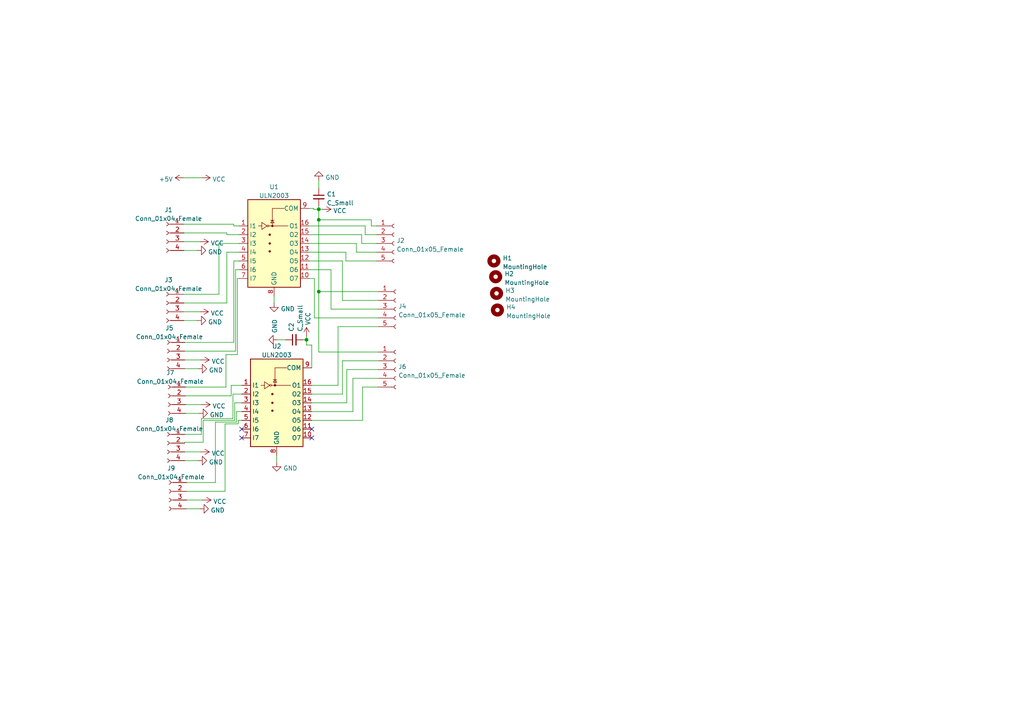
<source format=kicad_sch>
(kicad_sch (version 20211123) (generator eeschema)
  (paper "A4")
  (lib_symbols
    (symbol "Connector:Conn_01x04_Female" (pin_names (offset 1.016) hide)
      (property "Reference" "J" (at 0 5.08 0))
      (property "Value" "Conn_01x04_Female" (at 0 -7.62 0))
      (symbol "Conn_01x04_Female_1_1"
        (arc (start 0 -4.572) (mid -0.508 -5.08) (end 0 -5.588) (stroke (width 0.1524)))
        (arc (start 0 -2.032) (mid -0.508 -2.54) (end 0 -3.048) (stroke (width 0.1524)))
        (polyline (pts (xy -1.27 -5.08) (xy -0.508 -5.08)) (stroke (width 0.1524)))
        (polyline (pts (xy -1.27 -2.54) (xy -0.508 -2.54)) (stroke (width 0.1524)))
        (polyline (pts (xy -1.27 0) (xy -0.508 0)) (stroke (width 0.1524)))
        (polyline (pts (xy -1.27 2.54) (xy -0.508 2.54)) (stroke (width 0.1524)))
        (arc (start 0 0.508) (mid -0.508 0) (end 0 -0.508) (stroke (width 0.1524)))
        (arc (start 0 3.048) (mid -0.508 2.54) (end 0 2.032) (stroke (width 0.1524)))
        (pin passive line (at -5.08 2.54 0) (length 3.81) (name "Pin_1") (number "1"))
        (pin passive line (at -5.08 0 0) (length 3.81) (name "Pin_2") (number "2"))
        (pin passive line (at -5.08 -2.54 0) (length 3.81) (name "Pin_3") (number "3"))
        (pin passive line (at -5.08 -5.08 0) (length 3.81) (name "Pin_4") (number "4"))
      )
    )
    (symbol "Connector:Conn_01x05_Female" (pin_names (offset 1.016) hide)
      (property "Reference" "J" (at 0 7.62 0))
      (property "Value" "Conn_01x05_Female" (at 0 -7.62 0))
      (symbol "Conn_01x05_Female_1_1"
        (arc (start 0 -4.572) (mid -0.508 -5.08) (end 0 -5.588) (stroke (width 0.1524)))
        (arc (start 0 -2.032) (mid -0.508 -2.54) (end 0 -3.048) (stroke (width 0.1524)))
        (polyline (pts (xy -1.27 -5.08) (xy -0.508 -5.08)) (stroke (width 0.1524)))
        (polyline (pts (xy -1.27 -2.54) (xy -0.508 -2.54)) (stroke (width 0.1524)))
        (polyline (pts (xy -1.27 0) (xy -0.508 0)) (stroke (width 0.1524)))
        (polyline (pts (xy -1.27 2.54) (xy -0.508 2.54)) (stroke (width 0.1524)))
        (polyline (pts (xy -1.27 5.08) (xy -0.508 5.08)) (stroke (width 0.1524)))
        (arc (start 0 0.508) (mid -0.508 0) (end 0 -0.508) (stroke (width 0.1524)))
        (arc (start 0 3.048) (mid -0.508 2.54) (end 0 2.032) (stroke (width 0.1524)))
        (arc (start 0 5.588) (mid -0.508 5.08) (end 0 4.572) (stroke (width 0.1524)))
        (pin passive line (at -5.08 5.08 0) (length 3.81) (name "Pin_1") (number "1"))
        (pin passive line (at -5.08 2.54 0) (length 3.81) (name "Pin_2") (number "2"))
        (pin passive line (at -5.08 0 0) (length 3.81) (name "Pin_3") (number "3"))
        (pin passive line (at -5.08 -2.54 0) (length 3.81) (name "Pin_4") (number "4"))
        (pin passive line (at -5.08 -5.08 0) (length 3.81) (name "Pin_5") (number "5"))
      )
    )
    (symbol "Device:C_Small" (pin_numbers hide) (pin_names (offset 0.254) hide)
      (property "Reference" "C" (at 0.254 1.778 0))
      (property "Value" "C_Small" (at 0.254 -2.032 0))
      (symbol "C_Small_0_1"
        (polyline (pts (xy -1.524 -0.508) (xy 1.524 -0.508)) (stroke (width 0.3302)))
        (polyline (pts (xy -1.524 0.508) (xy 1.524 0.508)) (stroke (width 0.3048)))
      )
      (symbol "C_Small_1_1"
        (pin passive line (at 0 2.54 270) (length 2.032) (name "~") (number "1"))
        (pin passive line (at 0 -2.54 90) (length 2.032) (name "~") (number "2"))
      )
    )
    (symbol "Mechanical:MountingHole" (pin_names (offset 1.016))
      (property "Reference" "H" (at 0 5.08 0))
      (property "Value" "MountingHole" (at 0 3.175 0))
      (symbol "MountingHole_0_1"
        (circle (center 0 0) (radius 1.27) (stroke (width 1.27)))
      )
    )
    (symbol "Transistor_Array:ULN2003"
      (property "Reference" "U" (at 0 15.875 0))
      (property "Value" "ULN2003" (at 0 13.97 0))
      (symbol "ULN2003_0_1"
        (rectangle (start -7.62 -12.7) (end 7.62 12.7) (stroke (width 0.254)) (fill (type background)))
        (circle (center -1.778 5.08) (radius 0.254))
        (circle (center -1.27 -2.286) (radius 0.254) (fill (type outline)))
        (circle (center -1.27 0) (radius 0.254) (fill (type outline)))
        (circle (center -1.27 2.54) (radius 0.254) (fill (type outline)))
        (circle (center -0.508 5.08) (radius 0.254) (fill (type outline)))
        (polyline (pts (xy -4.572 5.08) (xy -3.556 5.08)))
        (polyline (pts (xy -1.524 5.08) (xy 4.064 5.08)))
        (polyline (pts (xy 0 6.731) (xy -1.016 6.731)))
        (polyline (pts (xy -0.508 5.08) (xy -0.508 10.16) (xy 2.921 10.16)))
        (polyline (pts (xy -3.556 6.096) (xy -3.556 4.064) (xy -2.032 5.08) (xy -3.556 6.096)))
        (polyline (pts (xy 0 5.969) (xy -1.016 5.969) (xy -0.508 6.731) (xy 0 5.969)))
      )
      (symbol "ULN2003_1_1"
        (pin input line (at -10.16 5.08 0) (length 2.54) (name "I1") (number "1"))
        (pin open_collector line (at 10.16 -10.16 180) (length 2.54) (name "O7") (number "10"))
        (pin open_collector line (at 10.16 -7.62 180) (length 2.54) (name "O6") (number "11"))
        (pin open_collector line (at 10.16 -5.08 180) (length 2.54) (name "O5") (number "12"))
        (pin open_collector line (at 10.16 -2.54 180) (length 2.54) (name "O4") (number "13"))
        (pin open_collector line (at 10.16 0 180) (length 2.54) (name "O3") (number "14"))
        (pin open_collector line (at 10.16 2.54 180) (length 2.54) (name "O2") (number "15"))
        (pin open_collector line (at 10.16 5.08 180) (length 2.54) (name "O1") (number "16"))
        (pin input line (at -10.16 2.54 0) (length 2.54) (name "I2") (number "2"))
        (pin input line (at -10.16 0 0) (length 2.54) (name "I3") (number "3"))
        (pin input line (at -10.16 -2.54 0) (length 2.54) (name "I4") (number "4"))
        (pin input line (at -10.16 -5.08 0) (length 2.54) (name "I5") (number "5"))
        (pin input line (at -10.16 -7.62 0) (length 2.54) (name "I6") (number "6"))
        (pin input line (at -10.16 -10.16 0) (length 2.54) (name "I7") (number "7"))
        (pin power_in line (at 0 -15.24 90) (length 2.54) (name "GND") (number "8"))
        (pin passive line (at 10.16 10.16 180) (length 2.54) (name "COM") (number "9"))
      )
    )
    (symbol "power:+5V" (power) (pin_names (offset 0))
      (property "Value" "+5V" (at 0 3.556 0))
      (symbol "+5V_0_1"
        (polyline (pts (xy -0.762 1.27) (xy 0 2.54)))
        (polyline (pts (xy 0 0) (xy 0 2.54)))
        (polyline (pts (xy 0 2.54) (xy 0.762 1.27)))
      )
      (symbol "+5V_1_1"
        (pin power_in line (at 0 0 90) (length 0) hide (name "+5V") (number "1"))
      )
    )
    (symbol "power:GND" (power) (pin_names (offset 0))
      (property "Value" "GND" (at 0 -3.81 0))
      (symbol "GND_0_1"
        (polyline (pts (xy 0 0) (xy 0 -1.27) (xy 1.27 -1.27) (xy 0 -2.54) (xy -1.27 -1.27) (xy 0 -1.27)))
      )
      (symbol "GND_1_1"
        (pin power_in line (at 0 0 270) (length 0) hide (name "GND") (number "1"))
      )
    )
    (symbol "power:VCC" (power) (pin_names (offset 0))
      (property "Value" "VCC" (at 0 3.81 0))
      (symbol "VCC_0_1"
        (polyline (pts (xy -0.762 1.27) (xy 0 2.54)))
        (polyline (pts (xy 0 0) (xy 0 2.54)))
        (polyline (pts (xy 0 2.54) (xy 0.762 1.27)))
      )
      (symbol "VCC_1_1"
        (pin power_in line (at 0 0 90) (length 0) hide (name "VCC") (number "1"))
      )
    )
  )
  (junction (at 92.456 63.754))
  (junction (at 92.456 60.706))
  (junction (at 92.456 84.582))
  (junction (at 88.9 98.552))
  (no_connect (at 90.424 127))
  (no_connect (at 90.424 124.46))
  (no_connect (at 70.104 124.46))
  (no_connect (at 70.104 127))
  (wire (pts (xy 92.456 52.324) (xy 92.456 54.61)))
  (wire (pts (xy 90.424 119.38) (xy 102.362 119.38)))
  (wire (pts (xy 70.104 119.38) (xy 68.58 119.38)))
  (wire (pts (xy 105.918 65.532) (xy 89.662 65.532)))
  (wire (pts (xy 96.012 78.232) (xy 96.012 89.662)))
  (wire (pts (xy 98.044 111.76) (xy 98.044 94.742)))
  (wire (pts (xy 67.818 75.692) (xy 67.818 99.314)))
  (wire (pts (xy 100.33 75.692) (xy 100.33 73.152)))
  (wire (pts (xy 53.848 117.348) (xy 58.42 117.348)))
  (wire (pts (xy 109.22 65.532) (xy 107.696 65.532)))
  (wire (pts (xy 99.314 114.3) (xy 90.424 114.3)))
  (wire (pts (xy 90.424 100.076) (xy 90.424 106.68)))
  (wire (pts (xy 79.502 85.852) (xy 79.502 87.884)))
  (wire (pts (xy 58.928 128.27) (xy 53.594 128.27)))
  (wire (pts (xy 109.728 112.268) (xy 105.156 112.268)))
  (wire (pts (xy 69.088 122.936) (xy 69.088 121.92)))
  (wire (pts (xy 65.786 87.884) (xy 65.786 73.152)))
  (wire (pts (xy 58.928 121.92) (xy 58.928 128.27)))
  (wire (pts (xy 100.584 116.84) (xy 90.424 116.84)))
  (wire (pts (xy 104.902 70.612) (xy 104.902 68.072)))
  (wire (pts (xy 88.9 98.552) (xy 88.9 100.076)))
  (wire (pts (xy 105.918 68.072) (xy 105.918 65.532)))
  (wire (pts (xy 62.484 122.428) (xy 62.484 139.954)))
  (wire (pts (xy 68.326 78.232) (xy 69.342 78.232)))
  (wire (pts (xy 65.786 68.072) (xy 69.342 68.072)))
  (wire (pts (xy 109.728 84.582) (xy 92.456 84.582)))
  (wire (pts (xy 105.156 112.268) (xy 105.156 121.92)))
  (wire (pts (xy 54.102 142.494) (xy 65.278 142.494)))
  (wire (pts (xy 70.104 114.3) (xy 67.564 114.3)))
  (wire (pts (xy 109.728 107.188) (xy 100.584 107.188)))
  (wire (pts (xy 58.42 121.412) (xy 58.42 125.984)))
  (wire (pts (xy 67.564 121.412) (xy 58.42 121.412)))
  (wire (pts (xy 103.378 70.612) (xy 89.662 70.612)))
  (wire (pts (xy 67.056 111.76) (xy 70.104 111.76)))
  (wire (pts (xy 102.362 109.728) (xy 102.362 119.38)))
  (wire (pts (xy 53.34 70.104) (xy 57.912 70.104)))
  (wire (pts (xy 93.472 60.706) (xy 92.456 60.706)))
  (wire (pts (xy 65.532 112.268) (xy 65.532 102.87)))
  (wire (pts (xy 109.728 92.202) (xy 91.186 92.202)))
  (wire (pts (xy 80.518 98.552) (xy 82.804 98.552)))
  (wire (pts (xy 109.728 104.648) (xy 99.314 104.648)))
  (wire (pts (xy 63.5 85.344) (xy 63.5 70.612)))
  (wire (pts (xy 89.662 80.772) (xy 91.186 80.772)))
  (wire (pts (xy 88.9 97.536) (xy 88.9 98.552)))
  (wire (pts (xy 67.564 114.3) (xy 67.564 121.412)))
  (wire (pts (xy 109.22 70.612) (xy 104.902 70.612)))
  (wire (pts (xy 65.786 67.564) (xy 65.786 68.072)))
  (wire (pts (xy 53.848 119.888) (xy 57.658 119.888)))
  (wire (pts (xy 65.278 142.494) (xy 65.278 122.936)))
  (wire (pts (xy 96.012 89.662) (xy 109.728 89.662)))
  (wire (pts (xy 107.696 65.532) (xy 107.696 63.754)))
  (wire (pts (xy 104.902 68.072) (xy 89.662 68.072)))
  (wire (pts (xy 53.34 72.644) (xy 57.15 72.644)))
  (wire (pts (xy 92.456 60.706) (xy 90.932 60.706)))
  (wire (pts (xy 53.34 90.424) (xy 57.912 90.424)))
  (wire (pts (xy 68.072 116.84) (xy 68.072 121.92)))
  (wire (pts (xy 58.42 125.984) (xy 53.594 125.984)))
  (wire (pts (xy 53.594 104.394) (xy 58.166 104.394)))
  (wire (pts (xy 90.424 100.076) (xy 88.9 100.076)))
  (wire (pts (xy 80.264 132.08) (xy 80.264 134.112)))
  (wire (pts (xy 109.728 109.728) (xy 102.362 109.728)))
  (wire (pts (xy 68.58 122.428) (xy 62.484 122.428)))
  (wire (pts (xy 109.22 68.072) (xy 105.918 68.072)))
  (wire (pts (xy 99.314 104.648) (xy 99.314 114.3)))
  (wire (pts (xy 53.594 131.064) (xy 58.166 131.064)))
  (wire (pts (xy 99.314 87.122) (xy 99.314 75.692)))
  (wire (pts (xy 67.818 65.532) (xy 69.342 65.532)))
  (wire (pts (xy 103.378 73.152) (xy 103.378 70.612)))
  (wire (pts (xy 65.532 102.87) (xy 68.834 102.87)))
  (wire (pts (xy 68.58 119.38) (xy 68.58 122.428)))
  (wire (pts (xy 54.102 145.034) (xy 58.674 145.034)))
  (wire (pts (xy 68.834 102.87) (xy 68.834 80.772)))
  (wire (pts (xy 53.848 114.808) (xy 67.056 114.808)))
  (wire (pts (xy 53.34 67.564) (xy 65.786 67.564)))
  (wire (pts (xy 65.278 122.936) (xy 69.088 122.936)))
  (wire (pts (xy 87.884 98.552) (xy 88.9 98.552)))
  (wire (pts (xy 63.5 70.612) (xy 69.342 70.612)))
  (wire (pts (xy 92.456 63.754) (xy 92.456 60.706)))
  (wire (pts (xy 53.848 112.268) (xy 65.532 112.268)))
  (wire (pts (xy 105.156 121.92) (xy 90.424 121.92)))
  (wire (pts (xy 53.594 128.27) (xy 53.594 128.524)))
  (wire (pts (xy 99.314 75.692) (xy 89.662 75.692)))
  (wire (pts (xy 67.056 114.808) (xy 67.056 111.76)))
  (wire (pts (xy 53.34 51.562) (xy 58.42 51.562)))
  (wire (pts (xy 65.786 73.152) (xy 69.342 73.152)))
  (wire (pts (xy 67.818 75.692) (xy 69.342 75.692)))
  (wire (pts (xy 68.326 78.232) (xy 68.326 101.854)))
  (wire (pts (xy 89.662 60.452) (xy 90.932 60.452)))
  (wire (pts (xy 53.594 99.314) (xy 67.818 99.314)))
  (wire (pts (xy 53.34 92.964) (xy 57.15 92.964)))
  (wire (pts (xy 89.662 78.232) (xy 96.012 78.232)))
  (wire (pts (xy 107.696 63.754) (xy 92.456 63.754)))
  (wire (pts (xy 70.104 116.84) (xy 68.072 116.84)))
  (wire (pts (xy 67.818 65.024) (xy 67.818 65.532)))
  (wire (pts (xy 109.728 102.108) (xy 92.456 102.108)))
  (wire (pts (xy 91.186 92.202) (xy 91.186 80.772)))
  (wire (pts (xy 92.456 102.108) (xy 92.456 84.582)))
  (wire (pts (xy 68.834 80.772) (xy 69.342 80.772)))
  (wire (pts (xy 92.456 59.69) (xy 92.456 60.706)))
  (wire (pts (xy 109.22 75.692) (xy 100.33 75.692)))
  (wire (pts (xy 68.072 121.92) (xy 58.928 121.92)))
  (wire (pts (xy 62.484 139.954) (xy 54.102 139.954)))
  (wire (pts (xy 69.088 121.92) (xy 70.104 121.92)))
  (wire (pts (xy 92.456 84.582) (xy 92.456 63.754)))
  (wire (pts (xy 109.22 73.152) (xy 103.378 73.152)))
  (wire (pts (xy 90.932 60.706) (xy 90.932 60.452)))
  (wire (pts (xy 53.34 65.024) (xy 67.818 65.024)))
  (wire (pts (xy 99.314 87.122) (xy 109.728 87.122)))
  (wire (pts (xy 53.34 87.884) (xy 65.786 87.884)))
  (wire (pts (xy 90.424 111.76) (xy 98.044 111.76)))
  (wire (pts (xy 53.594 133.604) (xy 57.404 133.604)))
  (wire (pts (xy 98.044 94.742) (xy 109.728 94.742)))
  (wire (pts (xy 68.326 101.854) (xy 53.594 101.854)))
  (wire (pts (xy 53.594 106.934) (xy 57.404 106.934)))
  (wire (pts (xy 53.34 85.344) (xy 63.5 85.344)))
  (wire (pts (xy 100.33 73.152) (xy 89.662 73.152)))
  (wire (pts (xy 100.584 107.188) (xy 100.584 116.84)))
  (wire (pts (xy 54.102 147.574) (xy 57.912 147.574)))
  (symbol (lib_id "power:GND") (at 57.15 72.644 90) (unit 1)
    (property "Reference" "#PWR06" (effects hide))
    (property "Value" "GND" (at 60.325 73.0778 90) (effects (justify right)))
  )
  (symbol (lib_id "Connector:Conn_01x04_Female") (at 48.26 87.884 0) (mirror y) (unit 1)
    (property "Reference" "J3" (at 48.895 81.187 0))
    (property "Value" "Conn_01x04_Female" (at 48.895 83.7239 0))
    (property "Footprint" "Connector_JST:JST_XH_S4B-XH-A-1_1x04_P2.50mm_Horizontal" (effects hide))
  )
  (symbol (lib_id "power:VCC") (at 58.166 131.064 270) (unit 1)
    (property "Reference" "#PWR016" (effects hide))
    (property "Value" "VCC" (at 61.341 131.4978 90) (effects (justify left)))
  )
  (symbol (lib_id "power:GND") (at 57.912 147.574 90) (unit 1)
    (property "Reference" "#PWR020" (effects hide))
    (property "Value" "GND" (at 61.087 148.0078 90) (effects (justify right)))
  )
  (symbol (lib_id "Device:C_Small") (at 85.344 98.552 90) (unit 1)
    (property "Reference" "C2" (at 84.5156 96.2279 0) (effects (justify left)))
    (property "Value" "C_Small" (at 87.0525 96.2279 0) (effects (justify left)))
    (property "Footprint" "Capacitor_THT:C_Disc_D6.0mm_W4.4mm_P5.00mm" (effects hide))
  )
  (symbol (lib_id "power:GND") (at 57.658 119.888 90) (unit 1)
    (property "Reference" "#PWR015" (effects hide))
    (property "Value" "GND" (at 60.833 120.3218 90) (effects (justify right)))
  )
  (symbol (lib_id "Connector:Conn_01x05_Female") (at 114.808 107.188 0) (unit 1)
    (property "Reference" "J6" (at 115.5192 106.3533 0) (effects (justify left)))
    (property "Value" "Conn_01x05_Female" (at 115.5192 108.8902 0) (effects (justify left)))
    (property "Footprint" "Connector_JST:JST_XH_S5B-XH-A_1x05_P2.50mm_Horizontal" (effects hide))
  )
  (symbol (lib_id "power:GND") (at 80.264 134.112 0) (unit 1)
    (property "Reference" "#PWR018" (effects hide))
    (property "Value" "GND" (at 82.169 135.8158 0) (effects (justify left)))
  )
  (symbol (lib_id "Mechanical:MountingHole") (at 144.272 89.916 0) (unit 1)
    (property "Reference" "H4" (at 146.812 89.0813 0) (effects (justify left)))
    (property "Value" "MountingHole" (at 146.812 91.6182 0) (effects (justify left)))
    (property "Footprint" "MountingHole:MountingHole_3.2mm_M3" (effects hide))
  )
  (symbol (lib_id "power:VCC") (at 58.42 117.348 270) (unit 1)
    (property "Reference" "#PWR014" (effects hide))
    (property "Value" "VCC" (at 61.595 117.7818 90) (effects (justify left)))
  )
  (symbol (lib_id "Connector:Conn_01x05_Female") (at 114.808 89.662 0) (unit 1)
    (property "Reference" "J4" (at 115.5192 88.8273 0) (effects (justify left)))
    (property "Value" "Conn_01x05_Female" (at 115.5192 91.3642 0) (effects (justify left)))
    (property "Footprint" "Connector_JST:JST_XH_S5B-XH-A_1x05_P2.50mm_Horizontal" (effects hide))
  )
  (symbol (lib_id "Connector:Conn_01x04_Female") (at 48.514 128.524 0) (mirror y) (unit 1)
    (property "Reference" "J8" (at 49.149 121.827 0))
    (property "Value" "Conn_01x04_Female" (at 49.149 124.3639 0))
    (property "Footprint" "Connector_JST:JST_XH_S4B-XH-A-1_1x04_P2.50mm_Horizontal" (effects hide))
  )
  (symbol (lib_id "Connector:Conn_01x05_Female") (at 114.3 70.612 0) (unit 1)
    (property "Reference" "J2" (at 115.0112 69.7773 0) (effects (justify left)))
    (property "Value" "Conn_01x05_Female" (at 115.0112 72.3142 0) (effects (justify left)))
    (property "Footprint" "Connector_JST:JST_XH_S5B-XH-A_1x05_P2.50mm_Horizontal" (effects hide))
  )
  (symbol (lib_id "power:VCC") (at 58.42 51.562 270) (unit 1)
    (property "Reference" "#PWR02" (effects hide))
    (property "Value" "VCC" (at 61.595 51.9958 90) (effects (justify left)))
  )
  (symbol (lib_id "Connector:Conn_01x04_Female") (at 48.768 114.808 0) (mirror y) (unit 1)
    (property "Reference" "J7" (at 49.403 108.111 0))
    (property "Value" "Conn_01x04_Female" (at 49.403 110.6479 0))
    (property "Footprint" "Connector_JST:JST_XH_S4B-XH-A-1_1x04_P2.50mm_Horizontal" (effects hide))
  )
  (symbol (lib_id "Connector:Conn_01x04_Female") (at 48.514 101.854 0) (mirror y) (unit 1)
    (property "Reference" "J5" (at 49.149 95.157 0))
    (property "Value" "Conn_01x04_Female" (at 49.149 97.6939 0))
    (property "Footprint" "Connector_JST:JST_XH_S4B-XH-A-1_1x04_P2.50mm_Horizontal" (effects hide))
  )
  (symbol (lib_id "power:VCC") (at 58.166 104.394 270) (unit 1)
    (property "Reference" "#PWR012" (effects hide))
    (property "Value" "VCC" (at 61.341 104.8278 90) (effects (justify left)))
  )
  (symbol (lib_id "Transistor_Array:ULN2003") (at 80.264 116.84 0) (unit 1)
    (property "Reference" "U2" (at 80.264 100.4402 0))
    (property "Value" "ULN2003" (at 80.264 102.9771 0))
    (property "Footprint" "Package_DIP:DIP-16_W7.62mm_Socket_LongPads" (effects hide))
    (property "Datasheet" "http://www.ti.com/lit/ds/symlink/uln2003a.pdf" (effects hide))
  )
  (symbol (lib_id "power:GND") (at 79.502 87.884 0) (unit 1)
    (property "Reference" "#PWR07" (effects hide))
    (property "Value" "GND" (at 81.407 89.5878 0) (effects (justify left)))
  )
  (symbol (lib_id "power:GND") (at 57.404 133.604 90) (unit 1)
    (property "Reference" "#PWR017" (effects hide))
    (property "Value" "GND" (at 60.579 134.0378 90) (effects (justify right)))
  )
  (symbol (lib_id "Mechanical:MountingHole") (at 143.764 80.264 0) (unit 1)
    (property "Reference" "H2" (at 146.304 79.4293 0) (effects (justify left)))
    (property "Value" "MountingHole" (at 146.304 81.9662 0) (effects (justify left)))
    (property "Footprint" "MountingHole:MountingHole_3.2mm_M3" (effects hide))
  )
  (symbol (lib_id "power:VCC") (at 57.912 90.424 270) (unit 1)
    (property "Reference" "#PWR08" (effects hide))
    (property "Value" "VCC" (at 61.087 90.8578 90) (effects (justify left)))
  )
  (symbol (lib_id "Device:C_Small") (at 92.456 57.15 0) (unit 1)
    (property "Reference" "C1" (at 94.7801 56.3216 0) (effects (justify left)))
    (property "Value" "C_Small" (at 94.7801 58.8585 0) (effects (justify left)))
    (property "Footprint" "Capacitor_THT:C_Disc_D6.0mm_W4.4mm_P5.00mm" (effects hide))
  )
  (symbol (lib_id "Mechanical:MountingHole") (at 144.018 85.09 0) (unit 1)
    (property "Reference" "H3" (at 146.558 84.2553 0) (effects (justify left)))
    (property "Value" "MountingHole" (at 146.558 86.7922 0) (effects (justify left)))
    (property "Footprint" "MountingHole:MountingHole_3.2mm_M3" (effects hide))
  )
  (symbol (lib_id "power:GND") (at 92.456 52.324 180) (unit 1)
    (property "Reference" "#PWR03" (effects hide))
    (property "Value" "GND" (at 94.361 51.4878 0) (effects (justify right)))
  )
  (symbol (lib_id "Transistor_Array:ULN2003") (at 79.502 70.612 0) (unit 1)
    (property "Reference" "U1" (at 79.502 54.2122 0))
    (property "Value" "ULN2003" (at 79.502 56.7491 0))
    (property "Footprint" "Package_DIP:DIP-16_W7.62mm_Socket_LongPads" (effects hide))
    (property "Datasheet" "http://www.ti.com/lit/ds/symlink/uln2003a.pdf" (effects hide))
  )
  (symbol (lib_id "power:GND") (at 80.518 98.552 270) (unit 1)
    (property "Reference" "#PWR011" (effects hide))
    (property "Value" "GND" (at 79.6818 96.647 0) (effects (justify right)))
  )
  (symbol (lib_id "power:GND") (at 57.404 106.934 90) (unit 1)
    (property "Reference" "#PWR013" (effects hide))
    (property "Value" "GND" (at 60.579 107.3678 90) (effects (justify right)))
  )
  (symbol (lib_id "power:VCC") (at 57.912 70.104 270) (unit 1)
    (property "Reference" "#PWR05" (effects hide))
    (property "Value" "VCC" (at 61.087 70.5378 90) (effects (justify left)))
  )
  (symbol (lib_id "power:VCC") (at 58.674 145.034 270) (unit 1)
    (property "Reference" "#PWR019" (effects hide))
    (property "Value" "VCC" (at 61.849 145.4678 90) (effects (justify left)))
  )
  (symbol (lib_id "power:VCC") (at 93.472 60.706 270) (unit 1)
    (property "Reference" "#PWR04" (effects hide))
    (property "Value" "VCC" (at 96.647 61.1398 90) (effects (justify left)))
  )
  (symbol (lib_id "power:+5V") (at 53.34 51.562 90) (unit 1)
    (property "Reference" "#PWR01" (effects hide))
    (property "Value" "+5V" (at 50.1651 51.9958 90) (effects (justify left)))
  )
  (symbol (lib_id "power:VCC") (at 88.9 97.536 0) (unit 1)
    (property "Reference" "#PWR010" (effects hide))
    (property "Value" "VCC" (at 89.3338 94.361 90) (effects (justify left)))
  )
  (symbol (lib_id "power:GND") (at 57.15 92.964 90) (unit 1)
    (property "Reference" "#PWR09" (effects hide))
    (property "Value" "GND" (at 60.325 93.3978 90) (effects (justify right)))
  )
  (symbol (lib_id "Connector:Conn_01x04_Female") (at 49.022 142.494 0) (mirror y) (unit 1)
    (property "Reference" "J9" (at 49.657 135.797 0))
    (property "Value" "Conn_01x04_Female" (at 49.657 138.3339 0))
    (property "Footprint" "Connector_JST:JST_XH_S4B-XH-A-1_1x04_P2.50mm_Horizontal" (effects hide))
  )
  (symbol (lib_id "Mechanical:MountingHole") (at 143.256 75.692 0) (unit 1)
    (property "Reference" "H1" (at 145.796 74.8573 0) (effects (justify left)))
    (property "Value" "MountingHole" (at 145.796 77.3942 0) (effects (justify left)))
    (property "Footprint" "MountingHole:MountingHole_3.2mm_M3" (effects hide))
  )
  (symbol (lib_id "Connector:Conn_01x04_Female") (at 48.26 67.564 0) (mirror y) (unit 1)
    (property "Reference" "J1" (at 48.895 60.867 0))
    (property "Value" "Conn_01x04_Female" (at 48.895 63.4039 0))
    (property "Footprint" "Connector_JST:JST_XH_S4B-XH-A-1_1x04_P2.50mm_Horizontal" (effects hide))
  )
)
</source>
